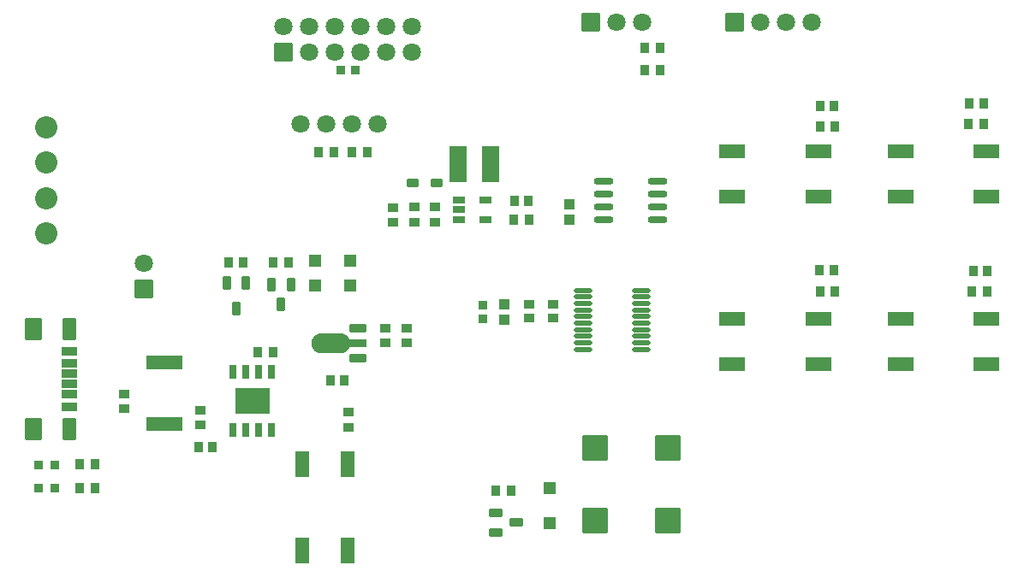
<source format=gts>
G04 Layer: TopSolderMaskLayer*
G04 EasyEDA Pro v2.1.33.40dfc3d9.d6468c, 2023-10-26 17:41:14*
G04 Gerber Generator version 0.3*
G04 Scale: 100 percent, Rotated: No, Reflected: No*
G04 Dimensions in millimeters*
G04 Leading zeros omitted, absolute positions, 3 integers and 3 decimals*
%FSLAX33Y33*%
%MOMM*%
%AMRoundRect*1,1,$1,$2,$3*1,1,$1,$4,$5*1,1,$1,0-$2,0-$3*1,1,$1,0-$4,0-$5*20,1,$1,$2,$3,$4,$5,0*20,1,$1,$4,$5,0-$2,0-$3,0*20,1,$1,0-$2,0-$3,0-$4,0-$5,0*20,1,$1,0-$4,0-$5,$2,$3,0*4,1,4,$2,$3,$4,$5,0-$2,0-$3,0-$4,0-$5,$2,$3,0*%
%ADD10O,1.844X0.466*%
%ADD11RoundRect,0.091X-0.455X-0.405X-0.455X0.405*%
%ADD12RoundRect,0.096X-0.853X-0.853X-0.853X0.853*%
%ADD13C,1.802*%
%ADD14RoundRect,0.09X-0.356X0.631X0.356X0.631*%
%ADD15RoundRect,0.091X0.408X-0.437X-0.408X-0.437*%
%ADD16RoundRect,0.09X-0.356X-0.631X-0.356X0.631*%
%ADD17RoundRect,0.0909X-0.408X0.437X0.408X0.437*%
%ADD18RoundRect,0.091X-0.408X0.437X0.408X0.437*%
%ADD19RoundRect,0.091X-0.437X-0.408X-0.437X0.408*%
%ADD20RoundRect,0.094X-0.604X-1.254X-0.604X1.254*%
%ADD21RoundRect,0.09X-0.793X0.342X0.793X0.342*%
%ADD22RoundRect,0.089X0.506X-0.306X-0.506X-0.306*%
%ADD23RoundRect,0.096X0.803X-1.753X-0.803X-1.753*%
%ADD24RoundRect,0.091X-0.405X0.455X0.405X0.455*%
%ADD25RoundRect,0.091X0.437X0.408X0.437X-0.408*%
%ADD26RoundRect,0.096X-0.853X0.853X0.853X0.853*%
%ADD27RoundRect,0.091X-0.386X-0.386X-0.386X0.386*%
%ADD28RoundRect,0.092X0.495X0.47X0.495X-0.47*%
%ADD29O,1.967X0.732*%
%ADD30RoundRect,0.092X-0.495X-0.47X-0.495X0.47*%
%ADD31RoundRect,0.091X-0.386X0.386X0.386X0.386*%
%ADD32RoundRect,0.094X-1.254X0.604X1.254X0.604*%
%ADD33RoundRect,0.091X0.405X-0.455X-0.405X-0.455*%
%ADD34RoundRect,0.09X0.705X0.405X0.705X-0.405*%
%ADD35RoundRect,0.093X0.604X1.054X0.604X-1.054*%
%ADD36RoundRect,0.094X0.803X1.053X0.803X-1.053*%
%ADD37RoundRect,0.098X1.202X1.202X1.202X-1.202*%
%ADD38RoundRect,0.09X0.631X-0.356X-0.631X-0.356*%
%ADD39RoundRect,0.091X-0.505X0.38X0.505X0.38*%
%ADD40RoundRect,0.089X0.306X-0.606X-0.306X-0.606*%
%ADD41RoundRect,0.098X-1.652X1.202X1.652X1.202*%
%ADD42RoundRect,0.093X-0.554X0.504X0.554X0.504*%
%ADD43RoundRect,0.093X0.504X0.554X0.504X-0.554*%
%ADD44RoundRect,0.095X-1.731X-0.645X-1.731X0.645*%
%ADD45RoundRect,0.091X0.405X0.405X0.405X-0.405*%
%ADD46RoundRect,0.091X0.455X0.405X0.455X-0.405*%
%ADD47C,2.202*%
G75*


G04 Pad Start*
G54D10*
G01X55522Y-31229D03*
G01X55522Y-31879D03*
G01X55522Y-32529D03*
G01X55522Y-33179D03*
G01X55522Y-33830D03*
G01X55522Y-34480D03*
G01X55522Y-35130D03*
G01X55522Y-35779D03*
G01X55522Y-36429D03*
G01X55522Y-37079D03*
G01X61264Y-31229D03*
G01X61264Y-31879D03*
G01X61264Y-32529D03*
G01X61264Y-33179D03*
G01X61264Y-33830D03*
G01X61264Y-34480D03*
G01X61264Y-35130D03*
G01X61264Y-35779D03*
G01X61264Y-36429D03*
G01X61264Y-37079D03*
G54D11*
G01X52578Y-32574D03*
G01X52578Y-33974D03*
G01X50165Y-32574D03*
G01X50165Y-33974D03*
G54D12*
G01X12065Y-31115D03*
G54D13*
G01X12065Y-28575D03*
G54D14*
G01X21209Y-33000D03*
G01X20259Y-30500D03*
G01X22159Y-30500D03*
G54D15*
G01X20430Y-28448D03*
G01X21937Y-28448D03*
G54D16*
G01X26604Y-30623D03*
G01X24704Y-30623D03*
G01X25654Y-32623D03*
G54D18*
G01X26403Y-28448D03*
G01X24896Y-28448D03*
G54D19*
G01X32282Y-43316D03*
G01X32282Y-44822D03*
G54D20*
G01X27722Y-56955D03*
G01X27722Y-48455D03*
G01X32222Y-56955D03*
G01X32222Y-48455D03*
G54D21*
G01X33288Y-37969D03*
G01X33288Y-34969D03*
G36*
G01X29647Y-37469D02*
G01X29603Y-37468D01*
G01X29600D01*
G01X29556Y-37465D01*
G01X29553Y-37464D01*
G01X29509Y-37459D01*
G01X29507D01*
G01X29463Y-37452D01*
G01X29461Y-37451D01*
G01X29417Y-37442D01*
G01X29415Y-37441D01*
G01X29372Y-37430D01*
G01X29369Y-37429D01*
G01X29327Y-37416D01*
G01X29325Y-37415D01*
G01X29283Y-37400D01*
G01X29281Y-37399D01*
G01X29240Y-37382D01*
G01X29238Y-37381D01*
G01X29197Y-37362D01*
G01X29195Y-37361D01*
G01X29156Y-37339D01*
G01X29154Y-37338D01*
G01X29116Y-37315D01*
G01X29114Y-37314D01*
G01X29077Y-37290D01*
G01X29075Y-37288D01*
G01X29039Y-37262D01*
G01X29037Y-37260D01*
G01X29002Y-37232D01*
G01X29001Y-37231D01*
G01X28967Y-37201D01*
G01X28966Y-37200D01*
G01X28934Y-37169D01*
G01X28932Y-37167D01*
G01X28902Y-37134D01*
G01X28900Y-37133D01*
G01X28871Y-37099D01*
G01X28870Y-37097D01*
G01X28843Y-37061D01*
G01X28841Y-37060D01*
G01X28816Y-37023D01*
G01X28814Y-37021D01*
G01X28791Y-36983D01*
G01X28790Y-36981D01*
G01X28768Y-36943D01*
G01X28766Y-36941D01*
G01X28746Y-36901D01*
G01X28745Y-36899D01*
G01X28727Y-36858D01*
G01X28726Y-36856D01*
G01X28710Y-36815D01*
G01X28709Y-36812D01*
G01X28695Y-36770D01*
G01X28694Y-36768D01*
G01X28682Y-36725D01*
G01X28681Y-36723D01*
G01X28671Y-36680D01*
G01X28670Y-36677D01*
G01X28662Y-36634D01*
G01X28661Y-36631D01*
G01X28655Y-36587D01*
G01Y-36585D01*
G01X28651Y-36540D01*
G01Y-36538D01*
G01X28649Y-36494D01*
G01X28648Y-36491D01*
G01Y-36447D01*
G01X28649Y-36444D01*
G01X28651Y-36400D01*
G01Y-36398D01*
G01X28655Y-36353D01*
G01Y-36351D01*
G01X28661Y-36307D01*
G01X28662Y-36304D01*
G01X28670Y-36261D01*
G01X28671Y-36258D01*
G01X28681Y-36215D01*
G01X28682Y-36213D01*
G01X28694Y-36170D01*
G01X28695Y-36168D01*
G01X28709Y-36126D01*
G01X28710Y-36123D01*
G01X28726Y-36082D01*
G01X28727Y-36080D01*
G01X28745Y-36039D01*
G01X28746Y-36037D01*
G01X28766Y-35997D01*
G01X28768Y-35995D01*
G01X28790Y-35956D01*
G01X28791Y-35954D01*
G01X28814Y-35917D01*
G01X28816Y-35915D01*
G01X28841Y-35878D01*
G01X28843Y-35876D01*
G01X28870Y-35841D01*
G01X28871Y-35839D01*
G01X28900Y-35805D01*
G01X28902Y-35804D01*
G01X28932Y-35771D01*
G01X28934Y-35769D01*
G01X28966Y-35738D01*
G01X28967Y-35737D01*
G01X29001Y-35707D01*
G01X29002Y-35706D01*
G01X29037Y-35678D01*
G01X29039Y-35676D01*
G01X29075Y-35650D01*
G01X29077Y-35648D01*
G01X29114Y-35624D01*
G01X29116Y-35623D01*
G01X29154Y-35600D01*
G01X29156Y-35598D01*
G01X29195Y-35577D01*
G01X29197Y-35576D01*
G01X29238Y-35557D01*
G01X29240Y-35556D01*
G01X29281Y-35539D01*
G01X29283Y-35538D01*
G01X29325Y-35523D01*
G01X29327Y-35522D01*
G01X29369Y-35509D01*
G01X29372Y-35508D01*
G01X29415Y-35497D01*
G01X29417Y-35496D01*
G01X29461Y-35487D01*
G01X29463Y-35486D01*
G01X29507Y-35479D01*
G01X29509D01*
G01X29553Y-35473D01*
G01X29556D01*
G01X29600Y-35470D01*
G01X29603D01*
G01X29647Y-35469D01*
G01X29648D01*
G01X31502D01*
G01X31504D01*
G01X31548Y-35470D01*
G01X31550D01*
G01X31595Y-35473D01*
G01X31597D01*
G01X31641Y-35479D01*
G01X31644D01*
G01X31688Y-35486D01*
G01X31690Y-35487D01*
G01X31734Y-35496D01*
G01X31736Y-35497D01*
G01X31779Y-35508D01*
G01X31781Y-35509D01*
G01X31824Y-35522D01*
G01X31826Y-35523D01*
G01X31868Y-35538D01*
G01X31870Y-35539D01*
G01X31911Y-35556D01*
G01X31913Y-35557D01*
G01X31953Y-35576D01*
G01X31955Y-35577D01*
G01X31995Y-35598D01*
G01X31997Y-35600D01*
G01X32035Y-35623D01*
G01X32037Y-35624D01*
G01X32074Y-35648D01*
G01X32076Y-35650D01*
G01X32112Y-35676D01*
G01X32114Y-35678D01*
G01X32148Y-35706D01*
G01X32150Y-35707D01*
G01X32183Y-35737D01*
G01X32185Y-35738D01*
G01X32217Y-35769D01*
G01X32219Y-35771D01*
G01X32249Y-35804D01*
G01X32251Y-35805D01*
G01X32279Y-35839D01*
G01X32281Y-35841D01*
G01X32308Y-35876D01*
G01X32309Y-35878D01*
G01X32335Y-35915D01*
G01X32336Y-35917D01*
G01X32360Y-35954D01*
G01X32361Y-35956D01*
G01X32383Y-35995D01*
G01X32384Y-35997D01*
G01X32404Y-36037D01*
G01X32408Y-36048D01*
G01X32418Y-36089D01*
G01X34075D01*
G02X34125Y-36139I0J-50D01*
G01Y-36799D01*
G02X34075Y-36849I-50J0D01*
G01X32418D01*
G01X32408Y-36889D01*
G01X32404Y-36901D01*
G01X32384Y-36941D01*
G01X32383Y-36943D01*
G01X32361Y-36981D01*
G01X32360Y-36983D01*
G01X32336Y-37021D01*
G01X32335Y-37023D01*
G01X32309Y-37060D01*
G01X32308Y-37061D01*
G01X32281Y-37097D01*
G01X32279Y-37099D01*
G01X32251Y-37133D01*
G01X32249Y-37134D01*
G01X32219Y-37167D01*
G01X32217Y-37169D01*
G01X32185Y-37200D01*
G01X32183Y-37201D01*
G01X32150Y-37231D01*
G01X32148Y-37232D01*
G01X32114Y-37260D01*
G01X32112Y-37262D01*
G01X32076Y-37288D01*
G01X32074Y-37290D01*
G01X32037Y-37314D01*
G01X32035Y-37315D01*
G01X31997Y-37338D01*
G01X31995Y-37339D01*
G01X31955Y-37361D01*
G01X31953Y-37362D01*
G01X31913Y-37381D01*
G01X31911Y-37382D01*
G01X31870Y-37399D01*
G01X31868Y-37400D01*
G01X31826Y-37415D01*
G01X31824Y-37416D01*
G01X31781Y-37429D01*
G01X31779Y-37430D01*
G01X31736Y-37441D01*
G01X31734Y-37442D01*
G01X31690Y-37451D01*
G01X31688Y-37452D01*
G01X31644Y-37459D01*
G01X31641D01*
G01X31597Y-37464D01*
G01X31595Y-37465D01*
G01X31550Y-37468D01*
G01X31548D01*
G01X31504Y-37469D01*
G01X31502D01*
G01X29648D01*
G01X29647D01*
G37*
G54D11*
G01X35941Y-34987D03*
G01X35941Y-36387D03*
G54D22*
G01X43277Y-22291D03*
G01X43277Y-23241D03*
G01X43277Y-24191D03*
G01X45877Y-24191D03*
G01X45877Y-22291D03*
G54D15*
G01X48650Y-24257D03*
G01X50156Y-24257D03*
G54D23*
G01X46399Y-18706D03*
G01X43198Y-18706D03*
G54D24*
G01X50103Y-22352D03*
G01X48703Y-22352D03*
G54D11*
G01X36703Y-23049D03*
G01X36703Y-24449D03*
G54D19*
G01X38862Y-22996D03*
G01X38862Y-24502D03*
G54D25*
G01X40894Y-24502D03*
G01X40894Y-22996D03*
G54D26*
G01X70485Y-4699D03*
G54D13*
G01X73025Y-4699D03*
G01X75565Y-4699D03*
G01X78105Y-4699D03*
G54D27*
G01X45593Y-34087D03*
G01X45595Y-32702D03*
G54D28*
G01X47752Y-32631D03*
G01X47752Y-34171D03*
G54D26*
G01X56261Y-4699D03*
G54D13*
G01X58801Y-4699D03*
G01X61341Y-4699D03*
G54D18*
G01X63110Y-9398D03*
G01X61604Y-9398D03*
G01X63110Y-7239D03*
G01X61604Y-7239D03*
G54D29*
G01X62903Y-24254D03*
G01X62903Y-22984D03*
G01X62903Y-21714D03*
G01X62903Y-20444D03*
G01X57538Y-24254D03*
G01X57538Y-22984D03*
G01X57538Y-21714D03*
G01X57538Y-20444D03*
G54D30*
G01X54125Y-24265D03*
G01X54125Y-22725D03*
G54D31*
G01X31572Y-9398D03*
G01X32957Y-9400D03*
G54D32*
G01X86898Y-34072D03*
G01X95398Y-34072D03*
G01X86898Y-38572D03*
G01X95398Y-38572D03*
G01X70261Y-17421D03*
G01X78761Y-17421D03*
G01X70261Y-21921D03*
G01X78761Y-21921D03*
G01X70261Y-34072D03*
G01X78761Y-34072D03*
G01X70261Y-38572D03*
G01X78761Y-38572D03*
G01X86898Y-17421D03*
G01X95398Y-17421D03*
G01X86898Y-21921D03*
G01X95398Y-21921D03*
G54D15*
G01X93989Y-31369D03*
G01X95495Y-31369D03*
G54D18*
G01X80446Y-14986D03*
G01X78939Y-14986D03*
G01X80446Y-31369D03*
G01X78939Y-31369D03*
G54D15*
G01X93608Y-14732D03*
G01X95114Y-14732D03*
G54D24*
G01X95513Y-29337D03*
G01X94113Y-29337D03*
G54D33*
G01X78929Y-12954D03*
G01X80329Y-12954D03*
G01X78921Y-29210D03*
G01X80321Y-29210D03*
G54D24*
G01X95132Y-12700D03*
G01X93732Y-12700D03*
G54D34*
G01X4721Y-40505D03*
G01X4721Y-39505D03*
G01X4721Y-38485D03*
G01X4721Y-41525D03*
G01X4721Y-37255D03*
G01X4721Y-42755D03*
G54D35*
G01X4721Y-35060D03*
G01X4721Y-44950D03*
G54D36*
G01X1121Y-35060D03*
G01X1121Y-44950D03*
G54D15*
G01X5724Y-48472D03*
G01X7230Y-48472D03*
G01X29346Y-17526D03*
G01X30852Y-17526D03*
G01X32685Y-17526D03*
G01X34192Y-17526D03*
G54D37*
G01X56725Y-46819D03*
G01X56725Y-54019D03*
G01X63925Y-54019D03*
G01X63925Y-46819D03*
G54D38*
G01X46879Y-53279D03*
G01X46879Y-55179D03*
G01X48879Y-54229D03*
G54D15*
G01X46872Y-51030D03*
G01X48378Y-51030D03*
G54D39*
G01X41051Y-20574D03*
G01X38705Y-20574D03*
G54D40*
G01X24702Y-39263D03*
G01X23432Y-39263D03*
G01X22162Y-39263D03*
G01X20892Y-39263D03*
G01X20892Y-45079D03*
G01X22162Y-45079D03*
G01X23432Y-45079D03*
G01X24702Y-45079D03*
G54D41*
G01X22797Y-42171D03*
G54D42*
G01X32469Y-28321D03*
G01X28999Y-28321D03*
G01X32469Y-30716D03*
G01X28999Y-30716D03*
G54D43*
G01X52197Y-54313D03*
G01X52197Y-50843D03*
G54D44*
G01X14097Y-38336D03*
G01X14097Y-44468D03*
G54D45*
G01X3264Y-50790D03*
G01X1664Y-50795D03*
G01X3264Y-48504D03*
G01X1664Y-48509D03*
G54D15*
G01X5724Y-50800D03*
G01X7230Y-50800D03*
G54D46*
G01X17653Y-44515D03*
G01X17653Y-43115D03*
G54D24*
G01X18861Y-46736D03*
G01X17461Y-46736D03*
G54D15*
G01X23353Y-37338D03*
G01X24860Y-37338D03*
G54D26*
G01X25908Y-7620D03*
G54D13*
G01X25908Y-5080D03*
G01X28448Y-7620D03*
G01X28448Y-5080D03*
G01X30988Y-7620D03*
G01X30988Y-5080D03*
G01X33528Y-7620D03*
G01X33528Y-5080D03*
G01X36068Y-7620D03*
G01X36068Y-5080D03*
G01X38608Y-7620D03*
G01X38608Y-5080D03*
G54D47*
G01X2413Y-15070D03*
G01X2413Y-18570D03*
G01X2413Y-22070D03*
G01X2413Y-25570D03*
G54D11*
G01X10160Y-41525D03*
G01X10160Y-42925D03*
G01X38100Y-34987D03*
G01X38100Y-36387D03*
G54D33*
G01X30532Y-40132D03*
G01X31932Y-40132D03*
G54D13*
G01X27563Y-14712D03*
G01X30103Y-14712D03*
G01X32643Y-14712D03*
G01X35183Y-14712D03*
G04 Pad End*

M02*

</source>
